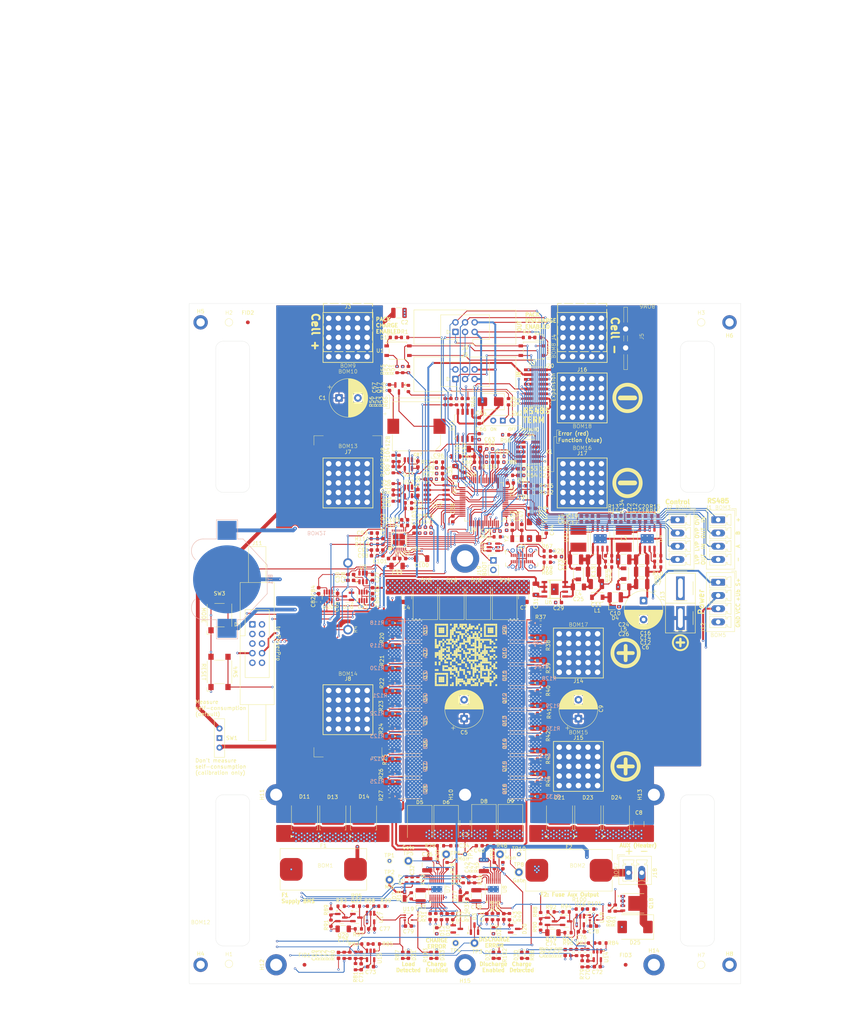
<source format=kicad_pcb>
(kicad_pcb
	(version 20241229)
	(generator "pcbnew")
	(generator_version "9.0")
	(general
		(thickness 1.74)
		(legacy_teardrops no)
	)
	(paper "A3" portrait)
	(layers
		(0 "F.Cu" signal)
		(4 "In1.Cu" signal)
		(6 "In2.Cu" signal)
		(8 "In3.Cu" signal)
		(10 "In4.Cu" signal)
		(2 "B.Cu" signal)
		(9 "F.Adhes" user "F.Adhesive")
		(11 "B.Adhes" user "B.Adhesive")
		(13 "F.Paste" user)
		(15 "B.Paste" user)
		(5 "F.SilkS" user "F.Silkscreen")
		(7 "B.SilkS" user "B.Silkscreen")
		(1 "F.Mask" user)
		(3 "B.Mask" user)
		(17 "Dwgs.User" user "User.Drawings")
		(19 "Cmts.User" user "User.Comments")
		(21 "Eco1.User" user "User.Eco1")
		(23 "Eco2.User" user "User.Eco2")
		(25 "Edge.Cuts" user)
		(27 "Margin" user)
		(31 "F.CrtYd" user "F.Courtyard")
		(29 "B.CrtYd" user "B.Courtyard")
		(35 "F.Fab" user)
		(33 "B.Fab" user)
		(39 "User.1" user)
		(41 "User.2" user "User.2 -Bemaßung")
		(43 "User.3" user "User.3 - Heatsink")
		(45 "User.4" user)
		(47 "User.5" user)
		(49 "User.6" user)
		(51 "User.7" user)
		(53 "User.8" user)
		(55 "User.9" user)
	)
	(setup
		(stackup
			(layer "F.SilkS"
				(type "Top Silk Screen")
			)
			(layer "F.Paste"
				(type "Top Solder Paste")
			)
			(layer "F.Mask"
				(type "Top Solder Mask")
				(color "Red")
				(thickness 0.01)
			)
			(layer "F.Cu"
				(type "copper")
				(thickness 0.07)
			)
			(layer "dielectric 1"
				(type "prepreg")
				(thickness 0.1)
				(material "FR4")
				(epsilon_r 4.5)
				(loss_tangent 0.02)
			)
			(layer "In1.Cu"
				(type "copper")
				(thickness 0.07)
			)
			(layer "dielectric 2"
				(type "core")
				(thickness 0.535)
				(material "FR4")
				(epsilon_r 4.5)
				(loss_tangent 0.02)
			)
			(layer "In2.Cu"
				(type "copper")
				(thickness 0.07)
			)
			(layer "dielectric 3"
				(type "prepreg")
				(thickness 0.1)
				(material "FR4")
				(epsilon_r 4.5)
				(loss_tangent 0.02)
			)
			(layer "In3.Cu"
				(type "copper")
				(thickness 0.035)
			)
			(layer "dielectric 4"
				(type "core")
				(thickness 0.535)
				(material "FR4")
				(epsilon_r 4.5)
				(loss_tangent 0.02)
			)
			(layer "In4.Cu"
				(type "copper")
				(thickness 0.035)
			)
			(layer "dielectric 5"
				(type "prepreg")
				(thickness 0.1)
				(material "FR4")
				(epsilon_r 4.5)
				(loss_tangent 0.02)
			)
			(layer "B.Cu"
				(type "copper")
				(thickness 0.07)
			)
			(layer "B.Mask"
				(type "Bottom Solder Mask")
				(thickness 0.01)
			)
			(layer "B.Paste"
				(type "Bottom Solder Paste")
			)
			(layer "B.SilkS"
				(type "Bottom Silk Screen")
			)
			(copper_finish "None")
			(dielectric_constraints no)
		)
		(pad_to_mask_clearance 0)
		(allow_soldermask_bridges_in_footprints no)
		(tenting front back)
		(aux_axis_origin 100 120)
		(grid_origin 173 120)
		(pcbplotparams
			(layerselection 0x00000000_00000000_55555555_5755f5ff)
			(plot_on_all_layers_selection 0x00000000_00000000_00000000_00000000)
			(disableapertmacros no)
			(usegerberextensions no)
			(usegerberattributes yes)
			(usegerberadvancedattributes yes)
			(creategerberjobfile yes)
			(dashed_line_dash_ratio 12.000000)
			(dashed_line_gap_ratio 3.000000)
			(svgprecision 4)
			(plotframeref no)
			(mode 1)
			(useauxorigin no)
			(hpglpennumber 1)
			(hpglpenspeed 20)
			(hpglpendiameter 15.000000)
			(pdf_front_fp_property_popups yes)
			(pdf_back_fp_property_popups yes)
			(pdf_metadata yes)
			(pdf_single_document no)
			(dxfpolygonmode yes)
			(dxfimperialunits yes)
			(dxfusepcbnewfont yes)
			(psnegative no)
			(psa4output no)
			(plot_black_and_white yes)
			(sketchpadsonfab no)
			(plotpadnumbers no)
			(hidednponfab no)
			(sketchdnponfab yes)
			(crossoutdnponfab yes)
			(subtractmaskfromsilk no)
			(outputformat 1)
			(mirror no)
			(drillshape 1)
			(scaleselection 1)
			(outputdirectory "")
		)
	)
	(net 0 "")
	(net 1 "Net-(D1-K)")
	(net 2 "GND")
	(net 3 "Net-(D2-K)")
	(net 4 "VCC")
	(net 5 "Net-(D1-A)")
	(net 6 "BAT+CONTROLED")
	(net 7 "Net-(D4-K)")
	(net 8 "5V5")
	(net 9 "Net-(U3-VIN)")
	(net 10 "5V0")
	(net 11 "VREF")
	(net 12 "BAT+MEASURED")
	(net 13 "Net-(U3-BST)")
	(net 14 "/analog_measurement/Shunt_A")
	(net 15 "/analog_measurement/Shunt_B")
	(net 16 "ISENSE_FAST+")
	(net 17 "Net-(Q4-G)")
	(net 18 "/analog_measurement/ISENSE_PREZ+")
	(net 19 "Net-(Q5-G)")
	(net 20 "Net-(Q6-G)")
	(net 21 "Net-(Q7-G)")
	(net 22 "Net-(Q8-G)")
	(net 23 "Net-(U3-SW)")
	(net 24 "Net-(C19-Pad1)")
	(net 25 "Net-(U3-FB)")
	(net 26 "Net-(C20-Pad1)")
	(net 27 "Net-(C21-Pad2)")
	(net 28 "/analog_measurement/ISENSE_PREZ-")
	(net 29 "ISENSE_FAST-")
	(net 30 "USENSE+_BUF")
	(net 31 "USENSE_SHUNT_BUF")
	(net 32 "USENSE-_BUF")
	(net 33 "USENSE_SHUNT_BUF-")
	(net 34 "/analog_measurement/ISENSE+")
	(net 35 "/OVP_IN")
	(net 36 "/analog_measurement/ISENSE-")
	(net 37 "SPI1_MOSI")
	(net 38 "/LVP_IN")
	(net 39 "/OVP_OUT")
	(net 40 "/LVP_OUT")
	(net 41 "Net-(Q1-G)")
	(net 42 "Net-(Q2-G)")
	(net 43 "Net-(Q3-G)")
	(net 44 "/greenMeter/CHARGE_ENABLED")
	(net 45 "/greenMeter/DISCHARGE_ENABLED")
	(net 46 "/greenMeter/AUX_EN")
	(net 47 "ADC_START")
	(net 48 "SPI1_MISO")
	(net 49 "/greenMeter/SWCLK")
	(net 50 "/switchControl/CHG_DETECTED")
	(net 51 "Net-(C22-Pad2)")
	(net 52 "/switchControl/LOAD_DETECTED")
	(net 53 "Net-(U5-FILTER)")
	(net 54 "ADC_DRDY")
	(net 55 "ADC_RESET")
	(net 56 "/greenMeter/SWDIO")
	(net 57 "/CHARGE_CONTROL")
	(net 58 "Net-(U6-SS)")
	(net 59 "Net-(C34-Pad1)")
	(net 60 "Net-(Q13-G)")
	(net 61 "Net-(Q14-G)")
	(net 62 "Net-(Q15-G)")
	(net 63 "Net-(Q16-G)")
	(net 64 "/BUS_+5V")
	(net 65 "Net-(C40-Pad1)")
	(net 66 "Net-(U4-BST)")
	(net 67 "Net-(U4-SW)")
	(net 68 "Net-(U4-FB)")
	(net 69 "Net-(U7-SNS-)")
	(net 70 "Net-(U7-TIMER)")
	(net 71 "Net-(U8-SNS-)")
	(net 72 "Net-(U8-TIMER)")
	(net 73 "Net-(Q20-C)")
	(net 74 "Net-(Q21-C)")
	(net 75 "Net-(D2-A)")
	(net 76 "/BUS_GND")
	(net 77 "/BUS_B")
	(net 78 "Net-(D7-K)")
	(net 79 "unconnected-(D10-NC-Pad2)")
	(net 80 "Net-(D12-K)")
	(net 81 "/BUS_A")
	(net 82 "/chargeControl/vcc_int")
	(net 83 "/dischargeControl/vcc_int")
	(net 84 "Net-(D17-K)")
	(net 85 "unconnected-(D20-NC-Pad2)")
	(net 86 "Net-(Q9-G)")
	(net 87 "Net-(Q10-G)")
	(net 88 "Net-(Q11-G)")
	(net 89 "Net-(Q12-G)")
	(net 90 "Net-(U4-EN{slash}UVLO)")
	(net 91 "Net-(D22-K)")
	(net 92 "Net-(U4-RON)")
	(net 93 "Net-(D26-A)")
	(net 94 "Net-(U7-TGDN)")
	(net 95 "Net-(U7-ISET)")
	(net 96 "Net-(U7-TGUP)")
	(net 97 "Net-(U7-VCCUV)")
	(net 98 "Net-(U8-TGDN)")
	(net 99 "Net-(U8-ISET)")
	(net 100 "Net-(U8-TGUP)")
	(net 101 "Net-(U8-VCCUV)")
	(net 102 "Net-(D27-A)")
	(net 103 "Net-(D29-A)")
	(net 104 "Net-(D30-A)")
	(net 105 "Net-(D31-A)")
	(net 106 "Net-(SW1-B)")
	(net 107 "Net-(U7-IMON)")
	(net 108 "Net-(U8-IMON)")
	(net 109 "unconnected-(H4-Pad1)")
	(net 110 "unconnected-(H6-Pad1)")
	(net 111 "unconnected-(H8-Pad1)")
	(net 112 "/LOAD_CONTROL")
	(net 113 "/chargeControl/BST")
	(net 114 "/dischargeControl/BST")
	(net 115 "/U_SENSE+")
	(net 116 "/greenMeter/LVP_SENSE_DIV")
	(net 117 "/greenMeter/OVP_SENSE_DIV")
	(net 118 "/B+Terminal")
	(net 119 "Net-(Q17-B)")
	(net 120 "Net-(BZ1--)")
	(net 121 "/greenMeter/Buzzer")
	(net 122 "/chargeControl/~{Fault}")
	(net 123 "/dischargeControl/~{Fault}")
	(net 124 "Net-(SW2-B)")
	(net 125 "Net-(U3-EN{slash}UVLO)")
	(net 126 "Net-(U3-RON)")
	(net 127 "unconnected-(SW2-A-Pad3)")
	(net 128 "unconnected-(H5-Pad1)")
	(net 129 "unconnected-(H9-Pad1)")
	(net 130 "~{OC_FAULT}")
	(net 131 "/p_good{slash}reset")
	(net 132 "Net-(U7-VIN)")
	(net 133 "Net-(U8-VIN)")
	(net 134 "Net-(BT1-+)")
	(net 135 "/greenMeter/BTN_MODE")
	(net 136 "Net-(D32-A)")
	(net 137 "SWITCH_IN")
	(net 138 "/greenMeter/FDCAN3_RX")
	(net 139 "/greenMeter/I2C4_SDA")
	(net 140 "/greenMeter/I2C4_SCL")
	(net 141 "/greenMeter/FDCAN2_TX")
	(net 142 "/greenMeter/RS485_R_USART1")
	(net 143 "/greenMeter/ADC3_IN5_RESERVED")
	(net 144 "/greenMeter/FDCAN2_RX")
	(net 145 "/greenMeter/FDCAN3_TX")
	(net 146 "/greenMeter/RS485_D_USART1")
	(net 147 "/greenMeter/D+")
	(net 148 "/greenMeter/D-")
	(net 149 "Net-(Q19-B)")
	(net 150 "Net-(Q19-C)")
	(net 151 "ADC_CS")
	(net 152 "SPI1_SCK")
	(net 153 "/greenMeter/I2C3_SDA")
	(net 154 "/greenMeter/I2C3_SCL")
	(net 155 "Net-(U9-PF0)")
	(net 156 "Net-(C45-Pad2)")
	(net 157 "Net-(U9-PC14)")
	(net 158 "Net-(U9-PC15)")
	(net 159 "/greenMeter/RS485_R_USART2")
	(net 160 "/greenMeter/RS485_D_USART2")
	(net 161 "/greenMeter/R1")
	(net 162 "COM")
	(net 163 "/greenMeter/R2")
	(net 164 "Net-(U9-VDDA)")
	(net 165 "Net-(U10-V_{OUT})")
	(net 166 "Net-(U14-+)")
	(net 167 "Net-(U15-+)")
	(net 168 "Net-(U14--)")
	(net 169 "Net-(U15--)")
	(net 170 "Net-(U16-+)")
	(net 171 "Net-(U17-+)")
	(net 172 "Net-(U23-+IN)")
	(net 173 "Net-(U22-+IN)")
	(net 174 "Net-(U24-REFOUT)")
	(net 175 "Net-(U24-CAPN)")
	(net 176 "Net-(U24-CAPP)")
	(net 177 "Net-(U24-BYPASS)")
	(net 178 "Net-(D25-A1)")
	(net 179 "Net-(D33-A)")
	(net 180 "Net-(J18-2)")
	(net 181 "Net-(R134-Pad1)")
	(net 182 "Net-(J19-Pin_1)")
	(net 183 "unconnected-(J21-TX2--PadB3)")
	(net 184 "unconnected-(J21-SHIELD-PadS1)")
	(net 185 "unconnected-(J21-SBU2-PadB8)")
	(net 186 "PS_IN")
	(net 187 "unconnected-(J21-SHIELD-PadS1)_1")
	(net 188 "Net-(J21-CC1)")
	(net 189 "Net-(U13-VP)")
	(net 190 "unconnected-(J21-RX2--PadA10)")
	(net 191 "unconnected-(J21-TX1--PadA3)")
	(net 192 "Net-(J21-CC2)")
	(net 193 "unconnected-(J21-SHIELD-PadS1)_2")
	(net 194 "unconnected-(J21-TX1+-PadA2)")
	(net 195 "unconnected-(J21-TX2+-PadB2)")
	(net 196 "unconnected-(J21-RX2+-PadA11)")
	(net 197 "unconnected-(J21-RX1--PadB10)")
	(net 198 "unconnected-(J21-RX1+-PadB11)")
	(net 199 "unconnected-(J21-SHIELD-PadS1)_3")
	(net 200 "unconnected-(J21-SBU1-PadA8)")
	(net 201 "Net-(Q18-G)")
	(net 202 "Net-(Q20-B)")
	(net 203 "Net-(Q22-C)")
	(net 204 "Net-(U9-PF1)")
	(net 205 "Net-(U9-PA5)")
	(net 206 "Net-(U9-PA4)")
	(net 207 "Net-(U11-A)")
	(net 208 "Net-(U11-B)")
	(net 209 "Net-(R82-Pad1)")
	(net 210 "Net-(R83-Pad1)")
	(net 211 "Net-(U17--)")
	(net 212 "Net-(U16--)")
	(net 213 "Net-(U22--IN)")
	(net 214 "Net-(U23--IN)")
	(net 215 "unconnected-(U9-PB2-Pad26)")
	(net 216 "unconnected-(U9-PB0-Pad24)")
	(net 217 "Net-(U16-Pad1)")
	(net 218 "Net-(U17-Pad1)")
	(net 219 "unconnected-(U24-NC-7-Pad25)")
	(net 220 "unconnected-(U24-NC-6-Pad24)")
	(net 221 "unconnected-(U24-NC-8-Pad26)")
	(net 222 "unconnected-(U24-NC-3-Pad21)")
	(net 223 "unconnected-(U24-NC-4-Pad22)")
	(net 224 "unconnected-(U24-NC-9-Pad27)")
	(net 225 "unconnected-(U24-NC-2-Pad20)")
	(net 226 "unconnected-(U24-NC-1-Pad19)")
	(net 227 "unconnected-(U24-NC-5-Pad23)")
	(net 228 "Net-(Q23-G)")
	(net 229 "Net-(Q24-G)")
	(net 230 "Net-(Q25-G)")
	(net 231 "Net-(Q26-G)")
	(net 232 "Net-(Q27-G)")
	(net 233 "Net-(Q28-G)")
	(net 234 "Net-(Q29-G)")
	(net 235 "Net-(Q30-G)")
	(net 236 "Net-(Q31-G)")
	(net 237 "Net-(Q32-G)")
	(net 238 "Net-(Q33-G)")
	(net 239 "Net-(Q34-G)")
	(net 240 "Net-(Q35-G)")
	(net 241 "Net-(Q36-G)")
	(net 242 "Net-(Q37-G)")
	(net 243 "Net-(Q38-G)")
	(footprint "TestPoint:TestPoint_THTPad_D2.0mm_Drill1.0mm" (layer "F.Cu") (at 168 265.75))
	(footprint "Inductor_SMD:L_0805_2012Metric" (layer "F.Cu") (at 170.5 160.5 180))
	(footprint "Resistor_SMD:R_0603_1608Metric" (layer "F.Cu") (at 195.75 281 180))
	(footprint "Connector_PinHeader_1.27mm:PinHeader_2x08_P1.27mm_Vertical_SMD" (layer "F.Cu") (at 191.75 142 180))
	(footprint "Connector_PinHeader_1.27mm:PinHeader_2x05_P1.27mm_Vertical_SMD" (layer "F.Cu") (at 189.75 159.25 180))
	(footprint "Capacitor_SMD:C_0603_1608Metric" (layer "F.Cu") (at 176.25 162 180))
	(footprint "Capacitor_SMD:C_1210_3225Metric" (layer "F.Cu") (at 163 268.525 -90))
	(footprint "Resistor_SMD:R_0603_1608Metric" (layer "F.Cu") (at 145.5 292.5 90))
	(footprint "Resistor_SMD:R_0603_1608Metric" (layer "F.Cu") (at 155.5 168.5 -90))
	(footprint "Resistor_SMD:R_0603_1608Metric" (layer "F.Cu") (at 191.25 170 180))
	(footprint "Resistor_SMD:R_0603_1608Metric" (layer "F.Cu") (at 203.25 280.25))
	(footprint "TestPoint:TestPoint_THTPad_D2.0mm_Drill1.0mm" (layer "F.Cu") (at 158 267.5))
	(footprint "Capacitor_SMD:C_0603_1608Metric" (layer "F.Cu") (at 176.25 163.5 180))
	(footprint "Button_Switch_SMD:SW_SPST_Omron_B3FS-100xP" (layer "F.Cu") (at 108 217.5 90))
	(footprint "MountingHole:MountingHole_3.2mm_M3_DIN965_Pad" (layer "F.Cu") (at 173 250 90))
	(footprint "Resistor_SMD:R_0603_1608Metric" (layer "F.Cu") (at 193 228.5 180))
	(footprint "myConnector:IDC-Header_2x05_P2.54mm_Latch9.5mm_Vertical" (layer "F.Cu") (at 116.71 204.92))
	(footprint "Capacitor_SMD:C_0603_1608Metric" (layer "F.Cu") (at 188 179.25 -90))
	(footprint "Resistor_SMD:R_0603_1608Metric" (layer "F.Cu") (at 149 182.25))
	(footprint "Diode_SMD:D_SMC" (layer "F.Cu") (at 176.5 198.75 90))
	(footprint "Package_TO_SOT_SMD:TO-252-2" (layer "F.Cu") (at 213.0725 256 90))
	(footprint "Capacitor_SMD:C_0603_1608Metric" (layer "F.Cu") (at 153.5 187.5))
	(footprint "Resistor_SMD:R_0603_1608Metric" (layer "F.Cu") (at 144 295.5 90))
	(footprint "Capacitor_SMD:C_0603_1608Metric" (layer "F.Cu") (at 176.75 151 90))
	(footprint "Package_SO:SOIC-8_5.3x5.3mm_P1.27mm" (layer "F.Cu") (at 173 152.25 90))
	(footprint "myBOM:BOM_PART_2x2mm" (layer "F.Cu") (at 204 129.25))
	(footprint "Resistor_SMD:R_0603_1608Metric"
		(layer "F.Cu")
		(uuid "181838c0-52e7-4beb-b822-58dd7ff64ea8")
		(at 182.5 160.5 180)
		(descr "Resistor SMD 0603 (1608 Metric), square (rectangular) end terminal, IPC-7351 nominal, (Body size source: IPC-SM-782 page 72, https://www.pcb-3d.com/wordpress/wp-content/uploads/ipc-sm-782a_amendment_1_and_2.pdf), generated with k
... [5317897 chars truncated]
</source>
